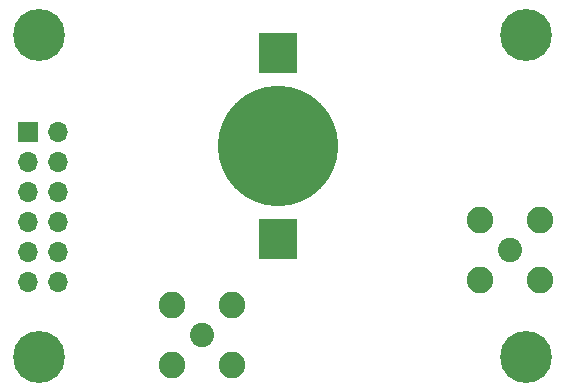
<source format=gbs>
G04 #@! TF.GenerationSoftware,KiCad,Pcbnew,5.1.8-5.1.8*
G04 #@! TF.CreationDate,2021-01-04T23:01:06+01:00*
G04 #@! TF.ProjectId,ublox-breakout,75626c6f-782d-4627-9265-616b6f75742e,rev?*
G04 #@! TF.SameCoordinates,PX71f6ce0PY7cfd120*
G04 #@! TF.FileFunction,Soldermask,Bot*
G04 #@! TF.FilePolarity,Negative*
%FSLAX46Y46*%
G04 Gerber Fmt 4.6, Leading zero omitted, Abs format (unit mm)*
G04 Created by KiCad (PCBNEW 5.1.8-5.1.8) date 2021-01-04 23:01:06*
%MOMM*%
%LPD*%
G01*
G04 APERTURE LIST*
%ADD10C,2.250000*%
%ADD11C,2.050000*%
%ADD12C,10.200000*%
%ADD13R,3.300000X3.500000*%
%ADD14C,0.700000*%
%ADD15C,4.400000*%
%ADD16R,1.700000X1.700000*%
%ADD17O,1.700000X1.700000*%
G04 APERTURE END LIST*
D10*
X19340000Y7440000D03*
X19340000Y2360000D03*
X14260000Y2360000D03*
X14260000Y7440000D03*
D11*
X16800000Y4900000D03*
D12*
X23200000Y20900000D03*
D13*
X23200000Y13000000D03*
X23200000Y28800000D03*
D14*
X4166726Y4226726D03*
X3000000Y4710000D03*
X1833274Y4226726D03*
X1350000Y3060000D03*
X1833274Y1893274D03*
X3000000Y1410000D03*
X4166726Y1893274D03*
X4650000Y3060000D03*
D15*
X3000000Y3060000D03*
D14*
X45366726Y4226726D03*
X44200000Y4710000D03*
X43033274Y4226726D03*
X42550000Y3060000D03*
X43033274Y1893274D03*
X44200000Y1410000D03*
X45366726Y1893274D03*
X45850000Y3060000D03*
D15*
X44200000Y3060000D03*
D14*
X45366726Y31426726D03*
X44200000Y31910000D03*
X43033274Y31426726D03*
X42550000Y30260000D03*
X43033274Y29093274D03*
X44200000Y28610000D03*
X45366726Y29093274D03*
X45850000Y30260000D03*
D15*
X44200000Y30260000D03*
D14*
X4166726Y31426726D03*
X3000000Y31910000D03*
X1833274Y31426726D03*
X1350000Y30260000D03*
X1833274Y29093274D03*
X3000000Y28610000D03*
X4166726Y29093274D03*
X4650000Y30260000D03*
D15*
X3000000Y30260000D03*
D16*
X2000000Y22100000D03*
D17*
X4540000Y22100000D03*
X2000000Y19560000D03*
X4540000Y19560000D03*
X2000000Y17020000D03*
X4540000Y17020000D03*
X2000000Y14480000D03*
X4540000Y14480000D03*
X2000000Y11940000D03*
X4540000Y11940000D03*
X2000000Y9400000D03*
X4540000Y9400000D03*
D10*
X40260000Y9520000D03*
X40260000Y14600000D03*
X45340000Y14600000D03*
X45340000Y9520000D03*
D11*
X42800000Y12060000D03*
M02*

</source>
